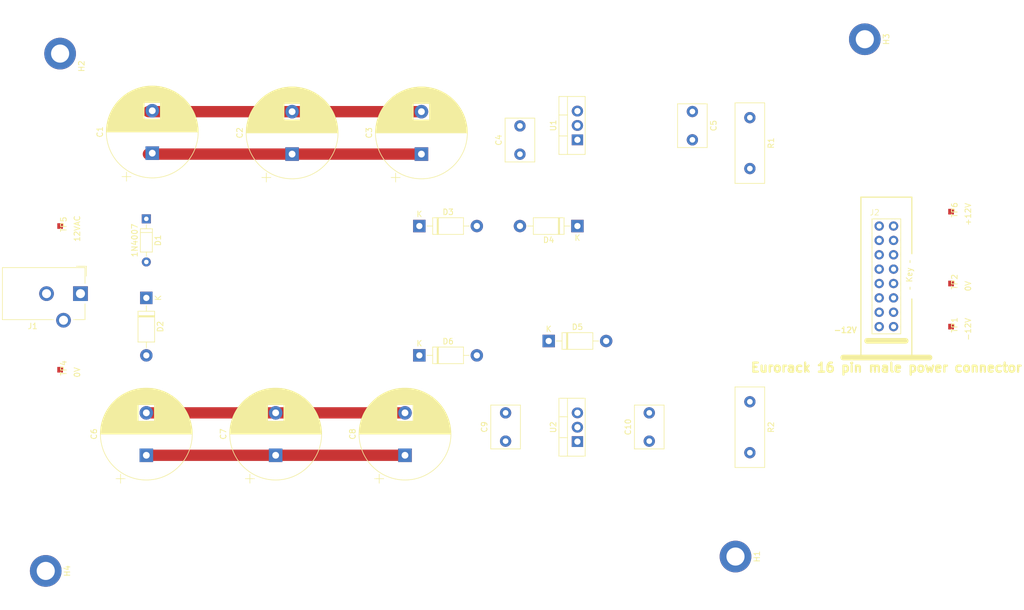
<source format=kicad_pcb>
(kicad_pcb (version 20221018) (generator pcbnew)
  (layers (0 "F.Cu" signal) (31 "B.Cu" signal) (34 "B.Paste" user) (35 "F.Paste" user) (36 "B.SilkS" user "B.Silkscreen") (37 "F.SilkS" user "F.Silkscreen") (38 "B.Mask" user) (39 "F.Mask" user) (44 "Edge.Cuts" user))
  (net 0 "")
  (net 1 "Net-(D1-K)")
  (net 2 "+12V")
  (net 3 "GND")
  (net 4 "Net-(D2-A)")
  (net 5 "-12V")
  (net 6 "Net-(D1-A)")
  (footprint "Diode_THT:D_DO-41_SOD81_P10.16mm_Horizontal" (layer "F.Cu") (at 152.4 111.76)
    (fp_text reference "D5" (at 5.08 -2.47) (layer "F.SilkS"))
    (fp_text value "1N4007")
    (fp_text user "K" (at 0 -2.1) (layer "F.SilkS"))
    (pad "1" thru_hole rect (at 0 0) (size 2.2 2.2) (drill 1.1) (layers "*.Cu" "*.Mask") (net 5 "-12V"))
    (pad "2" thru_hole oval (at 10.16 0) (size 2.2 2.2) (drill 1.1) (layers "*.Cu" "*.Mask") (net 4 "Net-(D2-A)"))
  )
  (footprint "Diode_THT:D_DO-41_SOD81_P10.16mm_Horizontal" (layer "F.Cu") (at 157.48 91.44 180)
    (fp_text reference "D4" (at 5.08 -2.47) (layer "F.SilkS"))
    (fp_text value "1N4007")
    (fp_text user "K" (at 0 -2.1) (layer "F.SilkS"))
    (pad "1" thru_hole rect (at 0 0 180) (size 2.2 2.2) (drill 1.1) (layers "*.Cu" "*.Mask") (net 2 "+12V"))
    (pad "2" thru_hole oval (at 10.16 0 180) (size 2.2 2.2) (drill 1.1) (layers "*.Cu" "*.Mask") (net 3 "GND"))
  )
  (footprint "MountingHole:MountingHole_3.2mm_M3_DIN965_Pad" (layer "F.Cu") (at 63.5 152.4 -90)
    (fp_text reference "H4" (at 0 -3.8 90) (layer "F.SilkS"))
    (fp_text value "MountingHole_Pad")
    (pad "1" thru_hole circle (at 0 0 270) (size 5.6 5.6) (drill 3.2) (layers "*.Cu" "*.Mask") (net 3 "GND"))
  )
  (footprint "MountingHole:MountingHole_3.2mm_M3_DIN965_Pad" (layer "F.Cu") (at 185.42 149.86 -90)
    (fp_text reference "H1" (at 0 -3.8 90) (layer "F.SilkS"))
    (fp_text value "MountingHole_Pad")
    (pad "1" thru_hole circle (at 0 0 270) (size 5.6 5.6) (drill 3.2) (layers "*.Cu" "*.Mask") (net 3 "GND"))
  )
  (footprint "4ms_TestPoint:TestPoint_Pad_04" (layer "F.Cu") (at 223.52 109.22 -90)
    (fp_text reference "TP1" (at -1.75 -1.21 90) (layer "F.SilkS") (effects (justify right bottom)))
    (fp_text value "-12V" (at 0.46 -3.02 90) (layer "F.SilkS"))
    (pad "1" smd rect (at 0 0 270) (size 1 1) (layers "F.Cu" "F.Paste" "F.Mask") (net 5 "-12V"))
  )
  (footprint "4ms_Diode:D_DO-35_P7.62mm_Horizontal" (layer "F.Cu") (at 81.28 93.98 -90)
    (fp_text reference "D1" (at 0 -2.06 -90) (layer "F.SilkS") (effects (font (size 1.016 1.016) (thickness 0.1524))))
    (fp_text value "1N4007" (at 0 2.06 -90) (layer "F.SilkS") (effects (font (size 1.016 1.016) (thickness 0.1524))))
    (pad "1" thru_hole rect (at -3.81 0 270) (size 1.6 1.6) (drill 0.8) (layers "*.Cu" "*.Mask") (net 1 "Net-(D1-K)"))
    (pad "2" thru_hole oval (at 3.81 0 270) (size 1.6 1.6) (drill 0.8) (layers "*.Cu" "*.Mask") (net 6 "Net-(D1-A)"))
  )
  (footprint "4ms_TestPoint:TestPoint_Pad_04" (layer "F.Cu") (at 66.04 91.44 -90)
    (fp_text reference "TP5" (at -1.75 -1.21 90) (layer "F.SilkS") (effects (justify right bottom)))
    (fp_text value "12VAC" (at 0.46 -3.02 90) (layer "F.SilkS"))
    (pad "1" smd rect (at 0 0 270) (size 1 1) (layers "F.Cu" "F.Paste" "F.Mask") (net 6 "Net-(D1-A)"))
  )
  (footprint "MountingHole:MountingHole_3.2mm_M3_DIN965_Pad" (layer "F.Cu") (at 208.28 58.42 -90)
    (fp_text reference "H3" (at 0 -3.8 90) (layer "F.SilkS"))
    (fp_text value "MountingHole_Pad")
    (pad "1" thru_hole circle (at 0 0 270) (size 5.6 5.6) (drill 3.2) (layers "*.Cu" "*.Mask") (net 3 "GND"))
  )
  (footprint "Capacitor_THT:C_Disc_D7.5mm_W5.0mm_P5.00mm" (layer "F.Cu") (at 177.8 71.2 -90)
    (fp_text reference "C5" (at 2.5 -3.75 90) (layer "F.SilkS"))
    (fp_text value "1uF")
    (pad "1" thru_hole circle (at 0 0 270) (size 2 2) (drill 1) (layers "*.Cu" "*.Mask") (net 2 "+12V"))
    (pad "2" thru_hole circle (at 5 0 270) (size 2 2) (drill 1) (layers "*.Cu" "*.Mask") (net 3 "GND"))
  )
  (footprint "Capacitor_THT:CP_Radial_D16.0mm_P7.50mm" (layer "F.Cu") (at 104.14 131.96 90)
    (fp_text reference "C7" (at 3.75 -9.25 90) (layer "F.SilkS"))
    (fp_text value "4700uF")
    (pad "1" thru_hole rect (at 0 0 90) (size 2.4 2.4) (drill 1.2) (layers "*.Cu" "*.Mask") (net 3 "GND"))
    (pad "2" thru_hole circle (at 7.5 0 90) (size 2.4 2.4) (drill 1.2) (layers "*.Cu" "*.Mask") (net 4 "Net-(D2-A)"))
  )
  (footprint "Capacitor_THT:CP_Radial_D16.0mm_P7.50mm" (layer "F.Cu") (at 82.33 78.56 90)
    (fp_text reference "C1" (at 3.75 -9.25 90) (layer "F.SilkS"))
    (fp_text value "4700uF")
    (pad "1" thru_hole rect (at 0 0 90) (size 2.4 2.4) (drill 1.2) (layers "*.Cu" "*.Mask") (net 1 "Net-(D1-K)"))
    (pad "2" thru_hole circle (at 7.5 0 90) (size 2.4 2.4) (drill 1.2) (layers "*.Cu" "*.Mask") (net 3 "GND"))
  )
  (footprint "Diode_THT:D_DO-41_SOD81_P10.16mm_Horizontal" (layer "F.Cu") (at 129.54 114.3)
    (fp_text reference "D6" (at 5.08 -2.47) (layer "F.SilkS"))
    (fp_text value "1N4007")
    (fp_text user "K" (at 0 -2.1) (layer "F.SilkS"))
    (pad "1" thru_hole rect (at 0 0) (size 2.2 2.2) (drill 1.1) (layers "*.Cu" "*.Mask") (net 3 "GND"))
    (pad "2" thru_hole oval (at 10.16 0) (size 2.2 2.2) (drill 1.1) (layers "*.Cu" "*.Mask") (net 5 "-12V"))
  )
  (footprint "4ms_TestPoint:TestPoint_Pad_04" (layer "F.Cu") (at 66.04 116.84 -90)
    (fp_text reference "TP4" (at -1.75 -1.21 90) (layer "F.SilkS") (effects (justify right bottom)))
    (fp_text value "0V" (at 0.46 -3.02 90) (layer "F.SilkS"))
    (pad "1" smd rect (at 0 0 270) (size 1 1) (layers "F.Cu" "F.Paste" "F.Mask") (net 3 "GND"))
  )
  (footprint "4ms_TestPoint:TestPoint_Pad_04" (layer "F.Cu") (at 223.52 101.6 -90)
    (fp_text reference "TP2" (at -1.75 -1.21 90) (layer "F.SilkS") (effects (justify right bottom)))
    (fp_text value "0V" (at 0.46 -3.02 90) (layer "F.SilkS"))
    (pad "1" smd rect (at 0 0 270) (size 1 1) (layers "F.Cu" "F.Paste" "F.Mask") (net 3 "GND"))
  )
  (footprint "Capacitor_THT:CP_Radial_D16.0mm_P7.50mm" (layer "F.Cu") (at 127 131.96 90)
    (fp_text reference "C8" (at 3.75 -9.25 90) (layer "F.SilkS"))
    (fp_text value "4700uF")
    (pad "1" thru_hole rect (at 0 0 90) (size 2.4 2.4) (drill 1.2) (layers "*.Cu" "*.Mask") (net 3 "GND"))
    (pad "2" thru_hole circle (at 7.5 0 90) (size 2.4 2.4) (drill 1.2) (layers "*.Cu" "*.Mask") (net 4 "Net-(D2-A)"))
  )
  (footprint "Connector_BarrelJack:BarrelJack_CUI_PJ-102AH_Horizontal" (layer "F.Cu") (at 69.64 103.39 -90)
    (fp_text reference "J1" (at 5.75 8.45) (layer "F.SilkS"))
    (fp_text value "12V AC")
    (pad "1" thru_hole rect (at 0 0 270) (size 2.6 2.6) (drill 1.6) (layers "*.Cu" "*.Mask") (net 6 "Net-(D1-A)"))
    (pad "2" thru_hole circle (at 0 6 270) (size 2.6 2.6) (drill 1.6) (layers "*.Cu" "*.Mask") (net 3 "GND"))
    (pad "3" thru_hole circle (at 4.7 3 270) (size 2.6 2.6) (drill 1.6) (layers "*.Cu" "*.Mask"))
  )
  (footprint "Package_TO_SOT_THT:TO-220-3_Vertical" (layer "F.Cu") (at 157.48 129.54 90)
    (fp_text reference "U2" (at 2.54 -4.27 90) (layer "F.SilkS"))
    (fp_text value "LM7912")
    (pad "1" thru_hole rect (at 0 0 90) (size 1.905 2) (drill 1.1) (layers "*.Cu" "*.Mask") (net 3 "GND"))
    (pad "2" thru_hole oval (at 2.54 0 90) (size 1.905 2) (drill 1.1) (layers "*.Cu" "*.Mask") (net 4 "Net-(D2-A)"))
    (pad "3" thru_hole oval (at 5.08 0 90) (size 1.905 2) (drill 1.1) (layers "*.Cu" "*.Mask") (net 5 "-12V"))
  )
  (footprint "Capacitor_THT:C_Disc_D7.5mm_W5.0mm_P5.00mm" (layer "F.Cu") (at 144.78 129.46 90)
    (fp_text reference "C9" (at 2.5 -3.75 90) (layer "F.SilkS"))
    (fp_text value "1uF")
    (pad "1" thru_hole circle (at 0 0 90) (size 2 2) (drill 1) (layers "*.Cu" "*.Mask") (net 3 "GND"))
    (pad "2" thru_hole circle (at 5 0 90) (size 2 2) (drill 1) (layers "*.Cu" "*.Mask") (net 4 "Net-(D2-A)"))
  )
  (footprint "Resistor_THT:R_Box_L14.0mm_W5.0mm_P9.00mm" (layer "F.Cu") (at 187.96 72.28 -90)
    (fp_text reference "R1" (at 4.5 -3.75 90) (layer "F.SilkS"))
    (fp_text value "2.4K")
    (pad "1" thru_hole circle (at 0 0 270) (size 2 2) (drill 1) (layers "*.Cu" "*.Mask") (net 2 "+12V"))
    (pad "2" thru_hole circle (at 9 0 270) (size 2 2) (drill 1) (layers "*.Cu" "*.Mask") (net 3 "GND"))
  )
  (footprint "Package_TO_SOT_THT:TO-220-3_Vertical" (layer "F.Cu") (at 157.48 76.2 90)
    (fp_text reference "U1" (at 2.54 -4.27 90) (layer "F.SilkS"))
    (fp_text value "LM7812T")
    (pad "1" thru_hole rect (at 0 0 90) (size 1.905 2) (drill 1.1) (layers "*.Cu" "*.Mask") (net 1 "Net-(D1-K)"))
    (pad "2" thru_hole oval (at 2.54 0 90) (size 1.905 2) (drill 1.1) (layers "*.Cu" "*.Mask") (net 3 "GND"))
    (pad "3" thru_hole oval (at 5.08 0 90) (size 1.905 2) (drill 1.1) (layers "*.Cu" "*.Mask") (net 2 "+12V"))
  )
  (footprint "4ms_Connector:Pins_2x08_2.54mm_TH_EuroPower_Shrouded" (layer "F.Cu") (at 212.09 100.33)
    (fp_text reference "J2" (at -3 -10.7) (layer "F.SilkS") (effects (font (thickness 0.1016)) (justify left bottom)))
    (fp_text value "Eurorack 16 pin male power connector" (at 0 16.129) (layer "F.SilkS") (effects (font (size 1.6 1.6) (thickness 0.4))))
    (fp_text user "-12V" (at -7.25 9.5) (layer "F.SilkS") (effects (font (thickness 0.2))))
    (fp_text user "– Key –" (at 4.064 -0.254 90) (layer "F.SilkS"))
    (pad "1" thru_hole circle (at -1.27 -8.89) (size 1.651 1.651) (drill 0.9) (layers "*.Cu" "*.Mask"))
    (pad "2" thru_hole circle (at 1.27 -8.89) (size 1.651 1.651) (drill 0.9) (layers "*.Cu" "*.Mask"))
    (pad "3" thru_hole circle (at -1.27 -6.35) (size 1.651 1.651) (drill 0.9) (layers "*.Cu" "*.Mask"))
    (pad "4" thru_hole circle (at 1.27 -6.35) (size 1.651 1.651) (drill 0.9) (layers "*.Cu" "*.Mask"))
    (pad "5" thru_hole circle (at -1.27 -3.81) (size 1.651 1.651) (drill 0.9) (layers "*.Cu" "*.Mask"))
    (pad "6" thru_hole circle (at 1.27 -3.81) (size 1.651 1.651) (drill 0.9) (layers "*.Cu" "*.Mask"))
    (pad "7" thru_hole circle (at -1.27 -1.27) (size 1.651 1.651) (drill 0.9) (layers "*.Cu" "*.Mask") (net 2 "+12V"))
    (pad "8" thru_hole circle (at 1.27 -1.27) (size 1.651 1.651) (drill 0.9) (layers "*.Cu" "*.Mask") (net 2 "+12V"))
    (pad "9" thru_hole circle (at -1.27 1.27) (size 1.651 1.651) (drill 0.9) (layers "*.Cu" "*.Mask") (net 3 "GND"))
    (pad "10" thru_hole circle (at 1.27 1.27) (size 1.651 1.651) (drill 0.9) (layers "*.Cu" "*.Mask") (net 3 "GND"))
    (pad "11" thru_hole circle (at -1.27 3.81) (size 1.651 1.651) (drill 0.9) (layers "*.Cu" "*.Mask") (net 3 "GND"))
    (pad "12" thru_hole circle (at 1.27 3.81) (size 1.651 1.651) (drill 0.9) (layers "*.Cu" "*.Mask") (net 3 "GND"))
    (pad "13" thru_hole circle (at -1.27 6.35) (size 1.651 1.651) (drill 0.9) (layers "*.Cu" "*.Mask") (net 3 "GND"))
    (pad "14" thru_hole circle (at 1.27 6.35) (size 1.651 1.651) (drill 0.9) (layers "*.Cu" "*.Mask") (net 3 "GND"))
    (pad "15" thru_hole circle (at -1.27 8.89) (size 1.651 1.651) (drill 0.9) (layers "*.Cu" "*.Mask") (net 5 "-12V"))
    (pad "16" thru_hole circle (at 1.27 8.89) (size 1.651 1.651) (drill 0.9) (layers "*.Cu" "*.Mask") (net 5 "-12V"))
  )
  (footprint "Capacitor_THT:C_Disc_D7.5mm_W5.0mm_P5.00mm" (layer "F.Cu") (at 170.18 129.46 90)
    (fp_text reference "C10" (at 2.5 -3.75 90) (layer "F.SilkS"))
    (fp_text value "1uF")
    (pad "1" thru_hole circle (at 0 0 90) (size 2 2) (drill 1) (layers "*.Cu" "*.Mask") (net 3 "GND"))
    (pad "2" thru_hole circle (at 5 0 90) (size 2 2) (drill 1) (layers "*.Cu" "*.Mask") (net 5 "-12V"))
  )
  (footprint "4ms_TestPoint:TestPoint_Pad_04" (layer "F.Cu") (at 223.52 88.9 -90)
    (fp_text reference "TP6" (at -1.75 -1.21 90) (layer "F.SilkS") (effects (justify right bottom)))
    (fp_text value "+12V" (at 0.46 -3.02 90) (layer "F.SilkS"))
    (pad "1" smd rect (at 0 0 270) (size 1 1) (layers "F.Cu" "F.Paste" "F.Mask") (net 2 "+12V"))
  )
  (footprint "Diode_THT:D_DO-41_SOD81_P10.16mm_Horizontal" (layer "F.Cu") (at 129.54 91.44)
    (fp_text reference "D3" (at 5.08 -2.47) (layer "F.SilkS"))
    (fp_text value "1N4007")
    (fp_text user "K" (at 0 -2.1) (layer "F.SilkS"))
    (pad "1" thru_hole rect (at 0 0) (size 2.2 2.2) (drill 1.1) (layers "*.Cu" "*.Mask") (net 1 "Net-(D1-K)"))
    (pad "2" thru_hole oval (at 10.16 0) (size 2.2 2.2) (drill 1.1) (layers "*.Cu" "*.Mask") (net 2 "+12V"))
  )
  (footprint "Diode_THT:D_DO-41_SOD81_P10.16mm_Horizontal" (layer "F.Cu") (at 81.28 104.14 -90)
    (fp_text reference "D2" (at 5.08 -2.47 90) (layer "F.SilkS"))
    (fp_text value "1N4007")
    (fp_text user "K" (at 0 -2.1 90) (layer "F.SilkS"))
    (pad "1" thru_hole rect (at 0 0 270) (size 2.2 2.2) (drill 1.1) (layers "*.Cu" "*.Mask") (net 6 "Net-(D1-A)"))
    (pad "2" thru_hole oval (at 10.16 0 270) (size 2.2 2.2) (drill 1.1) (layers "*.Cu" "*.Mask") (net 4 "Net-(D2-A)"))
  )
  (footprint "MountingHole:MountingHole_3.2mm_M3_DIN965_Pad" (layer "F.Cu") (at 66.04 60.96 -90)
    (fp_text reference "H2" (at 2.224491 -3.8 90) (layer "F.SilkS"))
    (fp_text value "MountingHole_Pad")
    (pad "1" thru_hole circle (at 0 0 270) (size 5.6 5.6) (drill 3.2) (layers "*.Cu" "*.Mask") (net 3 "GND"))
  )
  (footprint "Capacitor_THT:CP_Radial_D16.0mm_P7.50mm" (layer "F.Cu") (at 129.905 78.722755 90)
    (fp_text reference "C3" (at 3.75 -9.25 90) (layer "F.SilkS"))
    (fp_text value "4700uF")
    (pad "1" thru_hole rect (at 0 0 90) (size 2.4 2.4) (drill 1.2) (layers "*.Cu" "*.Mask") (net 1 "Net-(D1-K)"))
    (pad "2" thru_hole circle (at 7.5 0 90) (size 2.4 2.4) (drill 1.2) (layers "*.Cu" "*.Mask") (net 3 "GND"))
  )
  (footprint "Resistor_THT:R_Box_L14.0mm_W5.0mm_P9.00mm" (layer "F.Cu") (at 187.96 122.5 -90)
    (fp_text reference "R2" (at 4.5 -3.75 -270) (layer "F.SilkS"))
    (fp_text value "2.4K")
    (pad "1" thru_hole circle (at 0 0 270) (size 2 2) (drill 1) (layers "*.Cu" "*.Mask") (net 5 "-12V"))
    (pad "2" thru_hole circle (at 9 0 270) (size 2 2) (drill 1) (layers "*.Cu" "*.Mask") (net 3 "GND"))
  )
  (footprint "Capacitor_THT:C_Disc_D7.5mm_W5.0mm_P5.00mm" (layer "F.Cu") (at 147.32 78.74 90)
    (fp_text reference "C4" (at 2.5 -3.75 90) (layer "F.SilkS"))
    (fp_text value "1uF")
    (pad "1" thru_hole circle (at 0 0 90) (size 2 2) (drill 1) (layers "*.Cu" "*.Mask") (net 1 "Net-(D1-K)"))
    (pad "2" thru_hole circle (at 5 0 90) (size 2 2) (drill 1) (layers "*.Cu" "*.Mask") (net 3 "GND"))
  )
  (footprint "Capacitor_THT:CP_Radial_D16.0mm_P7.50mm" (layer "F.Cu") (at 107.045 78.722755 90)
    (fp_text reference "C2" (at 3.75 -9.25 90) (layer "F.SilkS"))
    (fp_text value "4700uF")
    (pad "1" thru_hole rect (at 0 0 90) (size 2.4 2.4) (drill 1.2) (layers "*.Cu" "*.Mask") (net 1 "Net-(D1-K)"))
    (pad "2" thru_hole circle (at 7.5 0 90) (size 2.4 2.4) (drill 1.2) (layers "*.Cu" "*.Mask") (net 3 "GND"))
  )
  (footprint "Capacitor_THT:CP_Radial_D16.0mm_P7.50mm" (layer "F.Cu") (at 81.28 131.96 90)
    (fp_text reference "C6" (at 3.75 -9.25 90) (layer "F.SilkS"))
    (fp_text value "4700uF")
    (pad "1" thru_hole rect (at 0 0 90) (size 2.4 2.4) (drill 1.2) (layers "*.Cu" "*.Mask") (net 3 "GND"))
    (pad "2" thru_hole circle (at 7.5 0 90) (size 2.4 2.4) (drill 1.2) (layers "*.Cu" "*.Mask") (net 4 "Net-(D2-A)"))
  )
  (segment (start 81.645 78.722755) (end 129.905 78.722755) (width 2) (layer "F.Cu") (net 1))
  (segment (start 107.045 71.222755) (end 129.905 71.222755) (width 2) (layer "F.Cu") (net 3))
  (segment (start 81.28 131.96) (end 127 131.96) (width 2) (layer "F.Cu") (net 3))
  (segment (start 81.645 71.222755) (end 107.045 71.222755) (width 2) (layer "F.Cu") (net 3))
  (segment (start 81.28 124.46) (end 127 124.46) (width 2) (layer "F.Cu") (net 4))
)
</source>
